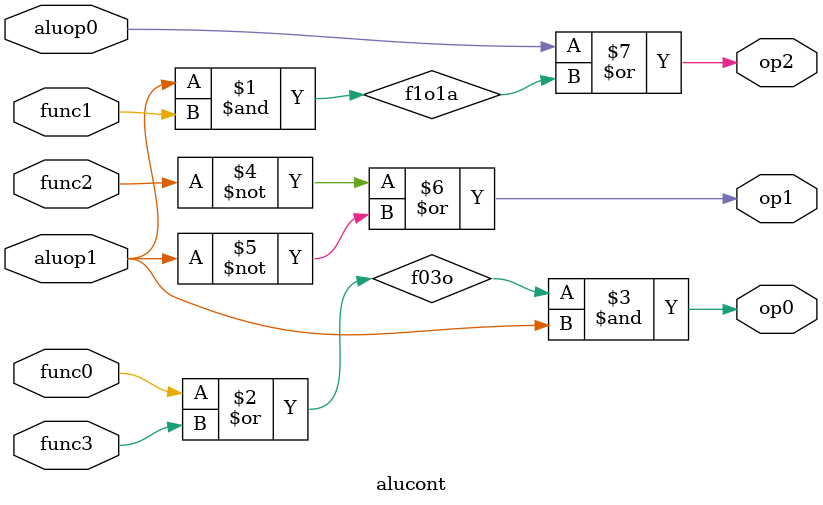
<source format=v>
module alucont (aluop0, aluop1, func0, func1, func2, func3, op0, op1, op2);

    input aluop0, aluop1, func0, func1, func2, func3;
    output op0, op1, op2;

    wire f03o, f1o1a;

    assign f1o1a = aluop1 & func1;
    assign f03o = func0 | func3;

    assign op0 = f03o & aluop1;
    assign op1 = ~func2 | ~aluop1;
    assign op2 = aluop0 | f1o1a;

endmodule
</source>
